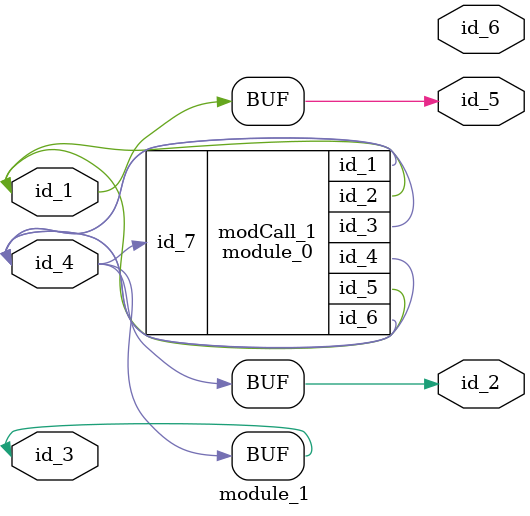
<source format=v>
module module_0 (
    id_1,
    id_2,
    id_3,
    id_4,
    id_5,
    id_6,
    id_7
);
  input wire id_7;
  inout wire id_6;
  output wire id_5;
  output wire id_4;
  inout wire id_3;
  inout wire id_2;
  output wire id_1;
  wire id_8;
  assign id_2 = id_7;
endmodule
module module_1 (
    id_1,
    id_2,
    id_3,
    id_4,
    id_5,
    id_6
);
  output wire id_6;
  output wire id_5;
  input wire id_4;
  module_0 modCall_1 (
      id_3,
      id_1,
      id_3,
      id_2,
      id_1,
      id_3,
      id_4
  );
  inout wire id_3;
  output wire id_2;
  inout wire id_1;
  assign id_2 = id_3;
  assign id_2 = id_4;
  assign id_5 = id_1;
endmodule

</source>
